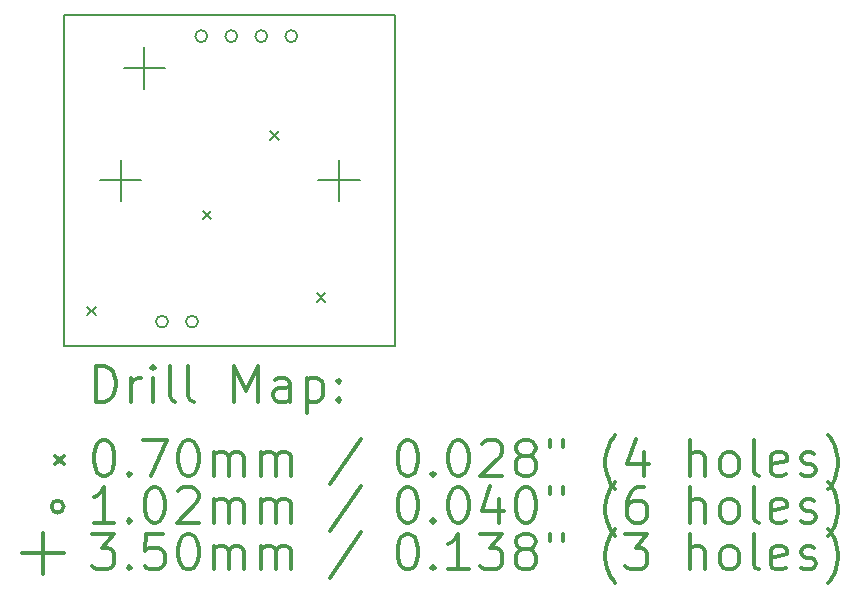
<source format=gbr>
%FSLAX45Y45*%
G04 Gerber Fmt 4.5, Leading zero omitted, Abs format (unit mm)*
G04 Created by KiCad (PCBNEW 4.0.2-stable) date 3/13/2016 5:29:08 PM*
%MOMM*%
G01*
G04 APERTURE LIST*
%ADD10C,0.127000*%
%ADD11C,0.150000*%
%ADD12C,0.200000*%
%ADD13C,0.300000*%
G04 APERTURE END LIST*
D10*
D11*
X14000000Y-6200000D02*
X14000000Y-9000000D01*
X16800000Y-6200000D02*
X14000000Y-6200000D01*
X16800000Y-9000000D02*
X16800000Y-6200000D01*
X14000000Y-9000000D02*
X16800000Y-9000000D01*
D12*
X14193600Y-8672900D02*
X14263600Y-8742900D01*
X14263600Y-8672900D02*
X14193600Y-8742900D01*
X15171500Y-7862000D02*
X15241500Y-7932000D01*
X15241500Y-7862000D02*
X15171500Y-7932000D01*
X15743000Y-7187000D02*
X15813000Y-7257000D01*
X15813000Y-7187000D02*
X15743000Y-7257000D01*
X16136700Y-8558600D02*
X16206700Y-8628600D01*
X16206700Y-8558600D02*
X16136700Y-8628600D01*
X14876300Y-8796800D02*
G75*
G03X14876300Y-8796800I-50800J0D01*
G01*
X15130300Y-8796800D02*
G75*
G03X15130300Y-8796800I-50800J0D01*
G01*
X15208800Y-6380000D02*
G75*
G03X15208800Y-6380000I-50800J0D01*
G01*
X15462800Y-6380000D02*
G75*
G03X15462800Y-6380000I-50800J0D01*
G01*
X15716800Y-6380000D02*
G75*
G03X15716800Y-6380000I-50800J0D01*
G01*
X15970800Y-6380000D02*
G75*
G03X15970800Y-6380000I-50800J0D01*
G01*
X14475000Y-7425000D02*
X14475000Y-7775000D01*
X14300000Y-7600000D02*
X14650000Y-7600000D01*
X14675000Y-6475000D02*
X14675000Y-6825000D01*
X14500000Y-6650000D02*
X14850000Y-6650000D01*
X16325000Y-7425000D02*
X16325000Y-7775000D01*
X16150000Y-7600000D02*
X16500000Y-7600000D01*
D13*
X14263928Y-9473214D02*
X14263928Y-9173214D01*
X14335357Y-9173214D01*
X14378214Y-9187500D01*
X14406786Y-9216072D01*
X14421071Y-9244643D01*
X14435357Y-9301786D01*
X14435357Y-9344643D01*
X14421071Y-9401786D01*
X14406786Y-9430357D01*
X14378214Y-9458929D01*
X14335357Y-9473214D01*
X14263928Y-9473214D01*
X14563928Y-9473214D02*
X14563928Y-9273214D01*
X14563928Y-9330357D02*
X14578214Y-9301786D01*
X14592500Y-9287500D01*
X14621071Y-9273214D01*
X14649643Y-9273214D01*
X14749643Y-9473214D02*
X14749643Y-9273214D01*
X14749643Y-9173214D02*
X14735357Y-9187500D01*
X14749643Y-9201786D01*
X14763928Y-9187500D01*
X14749643Y-9173214D01*
X14749643Y-9201786D01*
X14935357Y-9473214D02*
X14906786Y-9458929D01*
X14892500Y-9430357D01*
X14892500Y-9173214D01*
X15092500Y-9473214D02*
X15063928Y-9458929D01*
X15049643Y-9430357D01*
X15049643Y-9173214D01*
X15435357Y-9473214D02*
X15435357Y-9173214D01*
X15535357Y-9387500D01*
X15635357Y-9173214D01*
X15635357Y-9473214D01*
X15906786Y-9473214D02*
X15906786Y-9316072D01*
X15892500Y-9287500D01*
X15863928Y-9273214D01*
X15806786Y-9273214D01*
X15778214Y-9287500D01*
X15906786Y-9458929D02*
X15878214Y-9473214D01*
X15806786Y-9473214D01*
X15778214Y-9458929D01*
X15763928Y-9430357D01*
X15763928Y-9401786D01*
X15778214Y-9373214D01*
X15806786Y-9358929D01*
X15878214Y-9358929D01*
X15906786Y-9344643D01*
X16049643Y-9273214D02*
X16049643Y-9573214D01*
X16049643Y-9287500D02*
X16078214Y-9273214D01*
X16135357Y-9273214D01*
X16163928Y-9287500D01*
X16178214Y-9301786D01*
X16192500Y-9330357D01*
X16192500Y-9416072D01*
X16178214Y-9444643D01*
X16163928Y-9458929D01*
X16135357Y-9473214D01*
X16078214Y-9473214D01*
X16049643Y-9458929D01*
X16321071Y-9444643D02*
X16335357Y-9458929D01*
X16321071Y-9473214D01*
X16306786Y-9458929D01*
X16321071Y-9444643D01*
X16321071Y-9473214D01*
X16321071Y-9287500D02*
X16335357Y-9301786D01*
X16321071Y-9316072D01*
X16306786Y-9301786D01*
X16321071Y-9287500D01*
X16321071Y-9316072D01*
X13922500Y-9932500D02*
X13992500Y-10002500D01*
X13992500Y-9932500D02*
X13922500Y-10002500D01*
X14321071Y-9803214D02*
X14349643Y-9803214D01*
X14378214Y-9817500D01*
X14392500Y-9831786D01*
X14406786Y-9860357D01*
X14421071Y-9917500D01*
X14421071Y-9988929D01*
X14406786Y-10046072D01*
X14392500Y-10074643D01*
X14378214Y-10088929D01*
X14349643Y-10103214D01*
X14321071Y-10103214D01*
X14292500Y-10088929D01*
X14278214Y-10074643D01*
X14263928Y-10046072D01*
X14249643Y-9988929D01*
X14249643Y-9917500D01*
X14263928Y-9860357D01*
X14278214Y-9831786D01*
X14292500Y-9817500D01*
X14321071Y-9803214D01*
X14549643Y-10074643D02*
X14563928Y-10088929D01*
X14549643Y-10103214D01*
X14535357Y-10088929D01*
X14549643Y-10074643D01*
X14549643Y-10103214D01*
X14663928Y-9803214D02*
X14863928Y-9803214D01*
X14735357Y-10103214D01*
X15035357Y-9803214D02*
X15063928Y-9803214D01*
X15092500Y-9817500D01*
X15106786Y-9831786D01*
X15121071Y-9860357D01*
X15135357Y-9917500D01*
X15135357Y-9988929D01*
X15121071Y-10046072D01*
X15106786Y-10074643D01*
X15092500Y-10088929D01*
X15063928Y-10103214D01*
X15035357Y-10103214D01*
X15006786Y-10088929D01*
X14992500Y-10074643D01*
X14978214Y-10046072D01*
X14963928Y-9988929D01*
X14963928Y-9917500D01*
X14978214Y-9860357D01*
X14992500Y-9831786D01*
X15006786Y-9817500D01*
X15035357Y-9803214D01*
X15263928Y-10103214D02*
X15263928Y-9903214D01*
X15263928Y-9931786D02*
X15278214Y-9917500D01*
X15306786Y-9903214D01*
X15349643Y-9903214D01*
X15378214Y-9917500D01*
X15392500Y-9946072D01*
X15392500Y-10103214D01*
X15392500Y-9946072D02*
X15406786Y-9917500D01*
X15435357Y-9903214D01*
X15478214Y-9903214D01*
X15506786Y-9917500D01*
X15521071Y-9946072D01*
X15521071Y-10103214D01*
X15663928Y-10103214D02*
X15663928Y-9903214D01*
X15663928Y-9931786D02*
X15678214Y-9917500D01*
X15706786Y-9903214D01*
X15749643Y-9903214D01*
X15778214Y-9917500D01*
X15792500Y-9946072D01*
X15792500Y-10103214D01*
X15792500Y-9946072D02*
X15806786Y-9917500D01*
X15835357Y-9903214D01*
X15878214Y-9903214D01*
X15906786Y-9917500D01*
X15921071Y-9946072D01*
X15921071Y-10103214D01*
X16506786Y-9788929D02*
X16249643Y-10174643D01*
X16892500Y-9803214D02*
X16921071Y-9803214D01*
X16949643Y-9817500D01*
X16963928Y-9831786D01*
X16978214Y-9860357D01*
X16992500Y-9917500D01*
X16992500Y-9988929D01*
X16978214Y-10046072D01*
X16963928Y-10074643D01*
X16949643Y-10088929D01*
X16921071Y-10103214D01*
X16892500Y-10103214D01*
X16863928Y-10088929D01*
X16849643Y-10074643D01*
X16835357Y-10046072D01*
X16821071Y-9988929D01*
X16821071Y-9917500D01*
X16835357Y-9860357D01*
X16849643Y-9831786D01*
X16863928Y-9817500D01*
X16892500Y-9803214D01*
X17121071Y-10074643D02*
X17135357Y-10088929D01*
X17121071Y-10103214D01*
X17106786Y-10088929D01*
X17121071Y-10074643D01*
X17121071Y-10103214D01*
X17321071Y-9803214D02*
X17349643Y-9803214D01*
X17378214Y-9817500D01*
X17392500Y-9831786D01*
X17406786Y-9860357D01*
X17421071Y-9917500D01*
X17421071Y-9988929D01*
X17406786Y-10046072D01*
X17392500Y-10074643D01*
X17378214Y-10088929D01*
X17349643Y-10103214D01*
X17321071Y-10103214D01*
X17292500Y-10088929D01*
X17278214Y-10074643D01*
X17263928Y-10046072D01*
X17249643Y-9988929D01*
X17249643Y-9917500D01*
X17263928Y-9860357D01*
X17278214Y-9831786D01*
X17292500Y-9817500D01*
X17321071Y-9803214D01*
X17535357Y-9831786D02*
X17549643Y-9817500D01*
X17578214Y-9803214D01*
X17649643Y-9803214D01*
X17678214Y-9817500D01*
X17692500Y-9831786D01*
X17706786Y-9860357D01*
X17706786Y-9888929D01*
X17692500Y-9931786D01*
X17521071Y-10103214D01*
X17706786Y-10103214D01*
X17878214Y-9931786D02*
X17849643Y-9917500D01*
X17835357Y-9903214D01*
X17821071Y-9874643D01*
X17821071Y-9860357D01*
X17835357Y-9831786D01*
X17849643Y-9817500D01*
X17878214Y-9803214D01*
X17935357Y-9803214D01*
X17963928Y-9817500D01*
X17978214Y-9831786D01*
X17992500Y-9860357D01*
X17992500Y-9874643D01*
X17978214Y-9903214D01*
X17963928Y-9917500D01*
X17935357Y-9931786D01*
X17878214Y-9931786D01*
X17849643Y-9946072D01*
X17835357Y-9960357D01*
X17821071Y-9988929D01*
X17821071Y-10046072D01*
X17835357Y-10074643D01*
X17849643Y-10088929D01*
X17878214Y-10103214D01*
X17935357Y-10103214D01*
X17963928Y-10088929D01*
X17978214Y-10074643D01*
X17992500Y-10046072D01*
X17992500Y-9988929D01*
X17978214Y-9960357D01*
X17963928Y-9946072D01*
X17935357Y-9931786D01*
X18106786Y-9803214D02*
X18106786Y-9860357D01*
X18221071Y-9803214D02*
X18221071Y-9860357D01*
X18663928Y-10217500D02*
X18649643Y-10203214D01*
X18621071Y-10160357D01*
X18606786Y-10131786D01*
X18592500Y-10088929D01*
X18578214Y-10017500D01*
X18578214Y-9960357D01*
X18592500Y-9888929D01*
X18606786Y-9846072D01*
X18621071Y-9817500D01*
X18649643Y-9774643D01*
X18663928Y-9760357D01*
X18906786Y-9903214D02*
X18906786Y-10103214D01*
X18835357Y-9788929D02*
X18763928Y-10003214D01*
X18949643Y-10003214D01*
X19292500Y-10103214D02*
X19292500Y-9803214D01*
X19421071Y-10103214D02*
X19421071Y-9946072D01*
X19406786Y-9917500D01*
X19378214Y-9903214D01*
X19335357Y-9903214D01*
X19306786Y-9917500D01*
X19292500Y-9931786D01*
X19606786Y-10103214D02*
X19578214Y-10088929D01*
X19563928Y-10074643D01*
X19549643Y-10046072D01*
X19549643Y-9960357D01*
X19563928Y-9931786D01*
X19578214Y-9917500D01*
X19606786Y-9903214D01*
X19649643Y-9903214D01*
X19678214Y-9917500D01*
X19692500Y-9931786D01*
X19706786Y-9960357D01*
X19706786Y-10046072D01*
X19692500Y-10074643D01*
X19678214Y-10088929D01*
X19649643Y-10103214D01*
X19606786Y-10103214D01*
X19878214Y-10103214D02*
X19849643Y-10088929D01*
X19835357Y-10060357D01*
X19835357Y-9803214D01*
X20106786Y-10088929D02*
X20078214Y-10103214D01*
X20021071Y-10103214D01*
X19992500Y-10088929D01*
X19978214Y-10060357D01*
X19978214Y-9946072D01*
X19992500Y-9917500D01*
X20021071Y-9903214D01*
X20078214Y-9903214D01*
X20106786Y-9917500D01*
X20121071Y-9946072D01*
X20121071Y-9974643D01*
X19978214Y-10003214D01*
X20235357Y-10088929D02*
X20263929Y-10103214D01*
X20321071Y-10103214D01*
X20349643Y-10088929D01*
X20363929Y-10060357D01*
X20363929Y-10046072D01*
X20349643Y-10017500D01*
X20321071Y-10003214D01*
X20278214Y-10003214D01*
X20249643Y-9988929D01*
X20235357Y-9960357D01*
X20235357Y-9946072D01*
X20249643Y-9917500D01*
X20278214Y-9903214D01*
X20321071Y-9903214D01*
X20349643Y-9917500D01*
X20463928Y-10217500D02*
X20478214Y-10203214D01*
X20506786Y-10160357D01*
X20521071Y-10131786D01*
X20535357Y-10088929D01*
X20549643Y-10017500D01*
X20549643Y-9960357D01*
X20535357Y-9888929D01*
X20521071Y-9846072D01*
X20506786Y-9817500D01*
X20478214Y-9774643D01*
X20463928Y-9760357D01*
X13992500Y-10363500D02*
G75*
G03X13992500Y-10363500I-50800J0D01*
G01*
X14421071Y-10499214D02*
X14249643Y-10499214D01*
X14335357Y-10499214D02*
X14335357Y-10199214D01*
X14306786Y-10242072D01*
X14278214Y-10270643D01*
X14249643Y-10284929D01*
X14549643Y-10470643D02*
X14563928Y-10484929D01*
X14549643Y-10499214D01*
X14535357Y-10484929D01*
X14549643Y-10470643D01*
X14549643Y-10499214D01*
X14749643Y-10199214D02*
X14778214Y-10199214D01*
X14806786Y-10213500D01*
X14821071Y-10227786D01*
X14835357Y-10256357D01*
X14849643Y-10313500D01*
X14849643Y-10384929D01*
X14835357Y-10442072D01*
X14821071Y-10470643D01*
X14806786Y-10484929D01*
X14778214Y-10499214D01*
X14749643Y-10499214D01*
X14721071Y-10484929D01*
X14706786Y-10470643D01*
X14692500Y-10442072D01*
X14678214Y-10384929D01*
X14678214Y-10313500D01*
X14692500Y-10256357D01*
X14706786Y-10227786D01*
X14721071Y-10213500D01*
X14749643Y-10199214D01*
X14963928Y-10227786D02*
X14978214Y-10213500D01*
X15006786Y-10199214D01*
X15078214Y-10199214D01*
X15106786Y-10213500D01*
X15121071Y-10227786D01*
X15135357Y-10256357D01*
X15135357Y-10284929D01*
X15121071Y-10327786D01*
X14949643Y-10499214D01*
X15135357Y-10499214D01*
X15263928Y-10499214D02*
X15263928Y-10299214D01*
X15263928Y-10327786D02*
X15278214Y-10313500D01*
X15306786Y-10299214D01*
X15349643Y-10299214D01*
X15378214Y-10313500D01*
X15392500Y-10342072D01*
X15392500Y-10499214D01*
X15392500Y-10342072D02*
X15406786Y-10313500D01*
X15435357Y-10299214D01*
X15478214Y-10299214D01*
X15506786Y-10313500D01*
X15521071Y-10342072D01*
X15521071Y-10499214D01*
X15663928Y-10499214D02*
X15663928Y-10299214D01*
X15663928Y-10327786D02*
X15678214Y-10313500D01*
X15706786Y-10299214D01*
X15749643Y-10299214D01*
X15778214Y-10313500D01*
X15792500Y-10342072D01*
X15792500Y-10499214D01*
X15792500Y-10342072D02*
X15806786Y-10313500D01*
X15835357Y-10299214D01*
X15878214Y-10299214D01*
X15906786Y-10313500D01*
X15921071Y-10342072D01*
X15921071Y-10499214D01*
X16506786Y-10184929D02*
X16249643Y-10570643D01*
X16892500Y-10199214D02*
X16921071Y-10199214D01*
X16949643Y-10213500D01*
X16963928Y-10227786D01*
X16978214Y-10256357D01*
X16992500Y-10313500D01*
X16992500Y-10384929D01*
X16978214Y-10442072D01*
X16963928Y-10470643D01*
X16949643Y-10484929D01*
X16921071Y-10499214D01*
X16892500Y-10499214D01*
X16863928Y-10484929D01*
X16849643Y-10470643D01*
X16835357Y-10442072D01*
X16821071Y-10384929D01*
X16821071Y-10313500D01*
X16835357Y-10256357D01*
X16849643Y-10227786D01*
X16863928Y-10213500D01*
X16892500Y-10199214D01*
X17121071Y-10470643D02*
X17135357Y-10484929D01*
X17121071Y-10499214D01*
X17106786Y-10484929D01*
X17121071Y-10470643D01*
X17121071Y-10499214D01*
X17321071Y-10199214D02*
X17349643Y-10199214D01*
X17378214Y-10213500D01*
X17392500Y-10227786D01*
X17406786Y-10256357D01*
X17421071Y-10313500D01*
X17421071Y-10384929D01*
X17406786Y-10442072D01*
X17392500Y-10470643D01*
X17378214Y-10484929D01*
X17349643Y-10499214D01*
X17321071Y-10499214D01*
X17292500Y-10484929D01*
X17278214Y-10470643D01*
X17263928Y-10442072D01*
X17249643Y-10384929D01*
X17249643Y-10313500D01*
X17263928Y-10256357D01*
X17278214Y-10227786D01*
X17292500Y-10213500D01*
X17321071Y-10199214D01*
X17678214Y-10299214D02*
X17678214Y-10499214D01*
X17606786Y-10184929D02*
X17535357Y-10399214D01*
X17721071Y-10399214D01*
X17892500Y-10199214D02*
X17921071Y-10199214D01*
X17949643Y-10213500D01*
X17963928Y-10227786D01*
X17978214Y-10256357D01*
X17992500Y-10313500D01*
X17992500Y-10384929D01*
X17978214Y-10442072D01*
X17963928Y-10470643D01*
X17949643Y-10484929D01*
X17921071Y-10499214D01*
X17892500Y-10499214D01*
X17863928Y-10484929D01*
X17849643Y-10470643D01*
X17835357Y-10442072D01*
X17821071Y-10384929D01*
X17821071Y-10313500D01*
X17835357Y-10256357D01*
X17849643Y-10227786D01*
X17863928Y-10213500D01*
X17892500Y-10199214D01*
X18106786Y-10199214D02*
X18106786Y-10256357D01*
X18221071Y-10199214D02*
X18221071Y-10256357D01*
X18663928Y-10613500D02*
X18649643Y-10599214D01*
X18621071Y-10556357D01*
X18606786Y-10527786D01*
X18592500Y-10484929D01*
X18578214Y-10413500D01*
X18578214Y-10356357D01*
X18592500Y-10284929D01*
X18606786Y-10242072D01*
X18621071Y-10213500D01*
X18649643Y-10170643D01*
X18663928Y-10156357D01*
X18906786Y-10199214D02*
X18849643Y-10199214D01*
X18821071Y-10213500D01*
X18806786Y-10227786D01*
X18778214Y-10270643D01*
X18763928Y-10327786D01*
X18763928Y-10442072D01*
X18778214Y-10470643D01*
X18792500Y-10484929D01*
X18821071Y-10499214D01*
X18878214Y-10499214D01*
X18906786Y-10484929D01*
X18921071Y-10470643D01*
X18935357Y-10442072D01*
X18935357Y-10370643D01*
X18921071Y-10342072D01*
X18906786Y-10327786D01*
X18878214Y-10313500D01*
X18821071Y-10313500D01*
X18792500Y-10327786D01*
X18778214Y-10342072D01*
X18763928Y-10370643D01*
X19292500Y-10499214D02*
X19292500Y-10199214D01*
X19421071Y-10499214D02*
X19421071Y-10342072D01*
X19406786Y-10313500D01*
X19378214Y-10299214D01*
X19335357Y-10299214D01*
X19306786Y-10313500D01*
X19292500Y-10327786D01*
X19606786Y-10499214D02*
X19578214Y-10484929D01*
X19563928Y-10470643D01*
X19549643Y-10442072D01*
X19549643Y-10356357D01*
X19563928Y-10327786D01*
X19578214Y-10313500D01*
X19606786Y-10299214D01*
X19649643Y-10299214D01*
X19678214Y-10313500D01*
X19692500Y-10327786D01*
X19706786Y-10356357D01*
X19706786Y-10442072D01*
X19692500Y-10470643D01*
X19678214Y-10484929D01*
X19649643Y-10499214D01*
X19606786Y-10499214D01*
X19878214Y-10499214D02*
X19849643Y-10484929D01*
X19835357Y-10456357D01*
X19835357Y-10199214D01*
X20106786Y-10484929D02*
X20078214Y-10499214D01*
X20021071Y-10499214D01*
X19992500Y-10484929D01*
X19978214Y-10456357D01*
X19978214Y-10342072D01*
X19992500Y-10313500D01*
X20021071Y-10299214D01*
X20078214Y-10299214D01*
X20106786Y-10313500D01*
X20121071Y-10342072D01*
X20121071Y-10370643D01*
X19978214Y-10399214D01*
X20235357Y-10484929D02*
X20263929Y-10499214D01*
X20321071Y-10499214D01*
X20349643Y-10484929D01*
X20363929Y-10456357D01*
X20363929Y-10442072D01*
X20349643Y-10413500D01*
X20321071Y-10399214D01*
X20278214Y-10399214D01*
X20249643Y-10384929D01*
X20235357Y-10356357D01*
X20235357Y-10342072D01*
X20249643Y-10313500D01*
X20278214Y-10299214D01*
X20321071Y-10299214D01*
X20349643Y-10313500D01*
X20463928Y-10613500D02*
X20478214Y-10599214D01*
X20506786Y-10556357D01*
X20521071Y-10527786D01*
X20535357Y-10484929D01*
X20549643Y-10413500D01*
X20549643Y-10356357D01*
X20535357Y-10284929D01*
X20521071Y-10242072D01*
X20506786Y-10213500D01*
X20478214Y-10170643D01*
X20463928Y-10156357D01*
X13817500Y-10584500D02*
X13817500Y-10934500D01*
X13642500Y-10759500D02*
X13992500Y-10759500D01*
X14235357Y-10595214D02*
X14421071Y-10595214D01*
X14321071Y-10709500D01*
X14363928Y-10709500D01*
X14392500Y-10723786D01*
X14406786Y-10738072D01*
X14421071Y-10766643D01*
X14421071Y-10838072D01*
X14406786Y-10866643D01*
X14392500Y-10880929D01*
X14363928Y-10895214D01*
X14278214Y-10895214D01*
X14249643Y-10880929D01*
X14235357Y-10866643D01*
X14549643Y-10866643D02*
X14563928Y-10880929D01*
X14549643Y-10895214D01*
X14535357Y-10880929D01*
X14549643Y-10866643D01*
X14549643Y-10895214D01*
X14835357Y-10595214D02*
X14692500Y-10595214D01*
X14678214Y-10738072D01*
X14692500Y-10723786D01*
X14721071Y-10709500D01*
X14792500Y-10709500D01*
X14821071Y-10723786D01*
X14835357Y-10738072D01*
X14849643Y-10766643D01*
X14849643Y-10838072D01*
X14835357Y-10866643D01*
X14821071Y-10880929D01*
X14792500Y-10895214D01*
X14721071Y-10895214D01*
X14692500Y-10880929D01*
X14678214Y-10866643D01*
X15035357Y-10595214D02*
X15063928Y-10595214D01*
X15092500Y-10609500D01*
X15106786Y-10623786D01*
X15121071Y-10652357D01*
X15135357Y-10709500D01*
X15135357Y-10780929D01*
X15121071Y-10838072D01*
X15106786Y-10866643D01*
X15092500Y-10880929D01*
X15063928Y-10895214D01*
X15035357Y-10895214D01*
X15006786Y-10880929D01*
X14992500Y-10866643D01*
X14978214Y-10838072D01*
X14963928Y-10780929D01*
X14963928Y-10709500D01*
X14978214Y-10652357D01*
X14992500Y-10623786D01*
X15006786Y-10609500D01*
X15035357Y-10595214D01*
X15263928Y-10895214D02*
X15263928Y-10695214D01*
X15263928Y-10723786D02*
X15278214Y-10709500D01*
X15306786Y-10695214D01*
X15349643Y-10695214D01*
X15378214Y-10709500D01*
X15392500Y-10738072D01*
X15392500Y-10895214D01*
X15392500Y-10738072D02*
X15406786Y-10709500D01*
X15435357Y-10695214D01*
X15478214Y-10695214D01*
X15506786Y-10709500D01*
X15521071Y-10738072D01*
X15521071Y-10895214D01*
X15663928Y-10895214D02*
X15663928Y-10695214D01*
X15663928Y-10723786D02*
X15678214Y-10709500D01*
X15706786Y-10695214D01*
X15749643Y-10695214D01*
X15778214Y-10709500D01*
X15792500Y-10738072D01*
X15792500Y-10895214D01*
X15792500Y-10738072D02*
X15806786Y-10709500D01*
X15835357Y-10695214D01*
X15878214Y-10695214D01*
X15906786Y-10709500D01*
X15921071Y-10738072D01*
X15921071Y-10895214D01*
X16506786Y-10580929D02*
X16249643Y-10966643D01*
X16892500Y-10595214D02*
X16921071Y-10595214D01*
X16949643Y-10609500D01*
X16963928Y-10623786D01*
X16978214Y-10652357D01*
X16992500Y-10709500D01*
X16992500Y-10780929D01*
X16978214Y-10838072D01*
X16963928Y-10866643D01*
X16949643Y-10880929D01*
X16921071Y-10895214D01*
X16892500Y-10895214D01*
X16863928Y-10880929D01*
X16849643Y-10866643D01*
X16835357Y-10838072D01*
X16821071Y-10780929D01*
X16821071Y-10709500D01*
X16835357Y-10652357D01*
X16849643Y-10623786D01*
X16863928Y-10609500D01*
X16892500Y-10595214D01*
X17121071Y-10866643D02*
X17135357Y-10880929D01*
X17121071Y-10895214D01*
X17106786Y-10880929D01*
X17121071Y-10866643D01*
X17121071Y-10895214D01*
X17421071Y-10895214D02*
X17249643Y-10895214D01*
X17335357Y-10895214D02*
X17335357Y-10595214D01*
X17306786Y-10638072D01*
X17278214Y-10666643D01*
X17249643Y-10680929D01*
X17521071Y-10595214D02*
X17706786Y-10595214D01*
X17606786Y-10709500D01*
X17649643Y-10709500D01*
X17678214Y-10723786D01*
X17692500Y-10738072D01*
X17706786Y-10766643D01*
X17706786Y-10838072D01*
X17692500Y-10866643D01*
X17678214Y-10880929D01*
X17649643Y-10895214D01*
X17563928Y-10895214D01*
X17535357Y-10880929D01*
X17521071Y-10866643D01*
X17878214Y-10723786D02*
X17849643Y-10709500D01*
X17835357Y-10695214D01*
X17821071Y-10666643D01*
X17821071Y-10652357D01*
X17835357Y-10623786D01*
X17849643Y-10609500D01*
X17878214Y-10595214D01*
X17935357Y-10595214D01*
X17963928Y-10609500D01*
X17978214Y-10623786D01*
X17992500Y-10652357D01*
X17992500Y-10666643D01*
X17978214Y-10695214D01*
X17963928Y-10709500D01*
X17935357Y-10723786D01*
X17878214Y-10723786D01*
X17849643Y-10738072D01*
X17835357Y-10752357D01*
X17821071Y-10780929D01*
X17821071Y-10838072D01*
X17835357Y-10866643D01*
X17849643Y-10880929D01*
X17878214Y-10895214D01*
X17935357Y-10895214D01*
X17963928Y-10880929D01*
X17978214Y-10866643D01*
X17992500Y-10838072D01*
X17992500Y-10780929D01*
X17978214Y-10752357D01*
X17963928Y-10738072D01*
X17935357Y-10723786D01*
X18106786Y-10595214D02*
X18106786Y-10652357D01*
X18221071Y-10595214D02*
X18221071Y-10652357D01*
X18663928Y-11009500D02*
X18649643Y-10995214D01*
X18621071Y-10952357D01*
X18606786Y-10923786D01*
X18592500Y-10880929D01*
X18578214Y-10809500D01*
X18578214Y-10752357D01*
X18592500Y-10680929D01*
X18606786Y-10638072D01*
X18621071Y-10609500D01*
X18649643Y-10566643D01*
X18663928Y-10552357D01*
X18749643Y-10595214D02*
X18935357Y-10595214D01*
X18835357Y-10709500D01*
X18878214Y-10709500D01*
X18906786Y-10723786D01*
X18921071Y-10738072D01*
X18935357Y-10766643D01*
X18935357Y-10838072D01*
X18921071Y-10866643D01*
X18906786Y-10880929D01*
X18878214Y-10895214D01*
X18792500Y-10895214D01*
X18763928Y-10880929D01*
X18749643Y-10866643D01*
X19292500Y-10895214D02*
X19292500Y-10595214D01*
X19421071Y-10895214D02*
X19421071Y-10738072D01*
X19406786Y-10709500D01*
X19378214Y-10695214D01*
X19335357Y-10695214D01*
X19306786Y-10709500D01*
X19292500Y-10723786D01*
X19606786Y-10895214D02*
X19578214Y-10880929D01*
X19563928Y-10866643D01*
X19549643Y-10838072D01*
X19549643Y-10752357D01*
X19563928Y-10723786D01*
X19578214Y-10709500D01*
X19606786Y-10695214D01*
X19649643Y-10695214D01*
X19678214Y-10709500D01*
X19692500Y-10723786D01*
X19706786Y-10752357D01*
X19706786Y-10838072D01*
X19692500Y-10866643D01*
X19678214Y-10880929D01*
X19649643Y-10895214D01*
X19606786Y-10895214D01*
X19878214Y-10895214D02*
X19849643Y-10880929D01*
X19835357Y-10852357D01*
X19835357Y-10595214D01*
X20106786Y-10880929D02*
X20078214Y-10895214D01*
X20021071Y-10895214D01*
X19992500Y-10880929D01*
X19978214Y-10852357D01*
X19978214Y-10738072D01*
X19992500Y-10709500D01*
X20021071Y-10695214D01*
X20078214Y-10695214D01*
X20106786Y-10709500D01*
X20121071Y-10738072D01*
X20121071Y-10766643D01*
X19978214Y-10795214D01*
X20235357Y-10880929D02*
X20263929Y-10895214D01*
X20321071Y-10895214D01*
X20349643Y-10880929D01*
X20363929Y-10852357D01*
X20363929Y-10838072D01*
X20349643Y-10809500D01*
X20321071Y-10795214D01*
X20278214Y-10795214D01*
X20249643Y-10780929D01*
X20235357Y-10752357D01*
X20235357Y-10738072D01*
X20249643Y-10709500D01*
X20278214Y-10695214D01*
X20321071Y-10695214D01*
X20349643Y-10709500D01*
X20463928Y-11009500D02*
X20478214Y-10995214D01*
X20506786Y-10952357D01*
X20521071Y-10923786D01*
X20535357Y-10880929D01*
X20549643Y-10809500D01*
X20549643Y-10752357D01*
X20535357Y-10680929D01*
X20521071Y-10638072D01*
X20506786Y-10609500D01*
X20478214Y-10566643D01*
X20463928Y-10552357D01*
M02*

</source>
